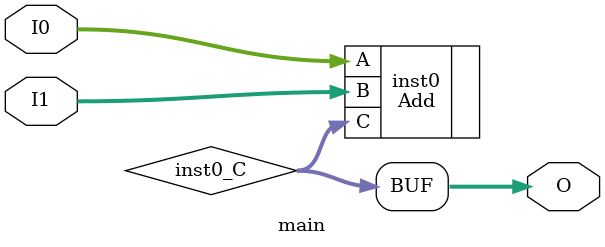
<source format=v>
module main (input [1:0] I0, input [1:0] I1, output [1:0] O);
wire [1:0] inst0_C;
Add inst0 (.A(I0), .B(I1), .C(inst0_C));
assign O = inst0_C;
endmodule


</source>
